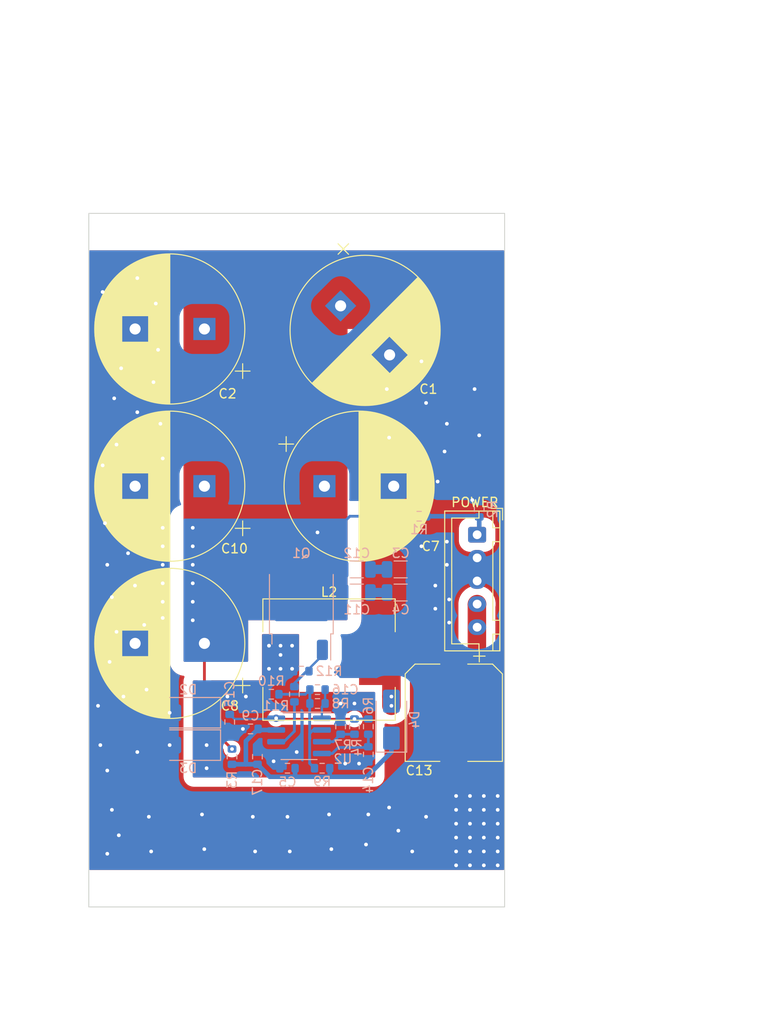
<source format=kicad_pcb>
(kicad_pcb (version 20221018) (generator pcbnew)
  (layers (0 "F.Cu" signal) (31 "B.Cu" signal) (34 "B.Paste" user) (35 "F.Paste" user) (36 "B.SilkS" user "B.Silkscreen") (37 "F.SilkS" user "F.Silkscreen") (38 "B.Mask" user) (39 "F.Mask" user) (44 "Edge.Cuts" user))
  (net 0 "")
  (net 1 "+BATT")
  (net 2 "-BATT")
  (net 3 "IN_V")
  (net 4 "Net-(C12-Pad2)")
  (net 5 "Net-(C11-Pad2)")
  (net 6 "VDD")
  (net 7 "GNDD")
  (net 8 "Net-(U2-RT{slash}CT)")
  (net 9 "Net-(U2-VREF)")
  (net 10 "FB")
  (net 11 "Net-(U2-COMP)")
  (net 12 "CS")
  (net 13 "OUT")
  (net 14 "Net-(Q1-G)")
  (net 15 "+12V")
  (footprint "Capacitor_THT:CP_Radial_D16.0mm_P7.50mm" (layer "F.Cu") (at 75.5 104.5)
    (fp_text reference "C7" (at 11.5 6.5) (layer "F.SilkS"))
    (fp_text value "330u 150V")
    (pad "1" thru_hole rect (at 0 0) (size 2.4 2.4) (drill 1.2) (layers "*.Cu" "*.Mask") (net 1 "+BATT"))
    (pad "2" thru_hole circle (at 7.5 0) (size 2.4 2.4) (drill 1.2) (layers "*.Cu" "*.Mask") (net 2 "-BATT"))
  )
  (footprint "Connector_JST:JST_XH_B5B-XH-A_1x05_P2.50mm_Vertical" (layer "F.Cu") (at 92.025 109.75 -90)
    (fp_text reference "J1" hide)
    (fp_text value "AuxConn")
    (fp_text user "POWER" (at -3.5 0.25 unlocked) (layer "F.SilkS"))
    (pad "1" thru_hole roundrect (at 0 0 270) (size 1.7 1.95) (drill 0.95) (layers "*.Cu" "*.Mask") (roundrect_rratio 0.1470588235) (net 3 "IN_V"))
    (pad "2" thru_hole oval (at 2.5 0 270) (size 1.7 1.95) (drill 0.95) (layers "*.Cu" "*.Mask") (net 2 "-BATT"))
    (pad "3" thru_hole oval (at 5 0 270) (size 1.7 1.95) (drill 0.95) (layers "*.Cu" "*.Mask") (net 2 "-BATT"))
    (pad "4" thru_hole oval (at 7.5 0 270) (size 1.7 1.95) (drill 0.95) (layers "*.Cu" "*.Mask") (net 15 "+12V"))
    (pad "5" thru_hole oval (at 10 0 270) (size 1.7 1.95) (drill 0.95) (layers "*.Cu" "*.Mask") (net 15 "+12V"))
  )
  (footprint "Capacitor_THT:CP_Radial_D16.0mm_P7.50mm" (layer "F.Cu") (at 62.512755 121.5 180)
    (fp_text reference "C8" (at -2.75 -6.75) (layer "F.SilkS"))
    (fp_text value "330u 150V")
    (pad "1" thru_hole rect (at 0 0 180) (size 2.4 2.4) (drill 1.2) (layers "*.Cu" "*.Mask") (net 1 "+BATT"))
    (pad "2" thru_hole circle (at 7.5 0 180) (size 2.4 2.4) (drill 1.2) (layers "*.Cu" "*.Mask") (net 2 "-BATT"))
  )
  (footprint "Capacitor_THT:CP_Radial_D16.0mm_P7.50mm" (layer "F.Cu") (at 62.512755 87.5 180)
    (fp_text reference "C2" (at -2.5 -7) (layer "F.SilkS"))
    (fp_text value "330u 150V")
    (pad "1" thru_hole rect (at 0 0 180) (size 2.4 2.4) (drill 1.2) (layers "*.Cu" "*.Mask") (net 1 "+BATT"))
    (pad "2" thru_hole circle (at 7.5 0 180) (size 2.4 2.4) (drill 1.2) (layers "*.Cu" "*.Mask") (net 2 "-BATT"))
  )
  (footprint "Capacitor_SMD:CP_Elec_10x10" (layer "F.Cu") (at 89.5 129 -90)
    (fp_text reference "C13" (at 6.25 3.75 -180) (layer "F.SilkS"))
    (fp_text value "470u 35V")
    (pad "1" smd roundrect (at -4 0 270) (size 4 2.5) (layers "F.Cu" "F.Paste" "F.Mask") (roundrect_rratio 0.1) (net 15 "+12V"))
    (pad "2" smd roundrect (at 4 0 270) (size 4 2.5) (layers "F.Cu" "F.Paste" "F.Mask") (roundrect_rratio 0.1) (net 2 "-BATT"))
  )
  (footprint "Capacitor_THT:CP_Radial_D16.0mm_P7.50mm" (layer "F.Cu") (at 77.25 85 -45)
    (fp_text reference "C1" (at 13.081475 -0.353553 -180) (layer "F.SilkS"))
    (fp_text value "330u 150V")
    (pad "1" thru_hole rect (at 0 0 315) (size 2.4 2.4) (drill 1.2) (layers "*.Cu" "*.Mask") (net 1 "+BATT"))
    (pad "2" thru_hole circle (at 7.5 0 315) (size 2.4 2.4) (drill 1.2) (layers "*.Cu" "*.Mask") (net 2 "-BATT"))
  )
  (footprint "Inductor_SMD:L_Chilisin_BMRG00131360" (layer "F.Cu") (at 76 123.25)
    (fp_text reference "L2" (at 0 -7.3) (layer "F.SilkS"))
    (fp_text value "47uH")
    (pad "1" smd rect (at -5.25 0) (size 4 5.5) (layers "F.Cu" "F.Paste" "F.Mask") (net 7 "GNDD"))
    (pad "2" smd rect (at 5.25 0) (size 4 5.5) (layers "F.Cu" "F.Paste" "F.Mask") (net 15 "+12V"))
  )
  (footprint "Capacitor_THT:CP_Radial_D16.0mm_P7.50mm" (layer "F.Cu") (at 62.512755 104.5 180)
    (fp_text reference "C10" (at -3.25 -6.75) (layer "F.SilkS"))
    (fp_text value "330u 150V")
    (pad "1" thru_hole rect (at 0 0 180) (size 2.4 2.4) (drill 1.2) (layers "*.Cu" "*.Mask") (net 1 "+BATT"))
    (pad "2" thru_hole circle (at 7.5 0 180) (size 2.4 2.4) (drill 1.2) (layers "*.Cu" "*.Mask") (net 2 "-BATT"))
  )
  (footprint "GigaVescLibs:C_0603_1608Metric_L" (layer "B.Cu") (at 80.25 133.5 90)
    (fp_text reference "C14" (at -2.75 0 90) (layer "B.SilkS") (effects (justify mirror)))
    (fp_text value "470p")
    (pad "1" smd roundrect (at -0.825 0 90) (size 0.8 0.95) (layers "B.Cu" "B.Paste" "B.Mask") (net 7 "GNDD"))
    (pad "2" smd roundrect (at 0.825 0 90) (size 0.8 0.95) (layers "B.Cu" "B.Paste" "B.Mask") (net 8 "Net-(U2-RT{slash}CT)"))
  )
  (footprint "Resistor_SMD:R_0603_1608Metric" (layer "B.Cu") (at 65.5 133.75 -90)
    (fp_text reference "R3" (at 2.5 0 -270) (layer "B.SilkS") (effects (justify mirror)))
    (fp_text value "5.1k")
    (pad "1" smd roundrect (at -0.825 0 270) (size 0.8 0.95) (layers "B.Cu" "B.Paste" "B.Mask") (net 1 "+BATT"))
    (pad "2" smd roundrect (at 0.825 0 270) (size 0.8 0.95) (layers "B.Cu" "B.Paste" "B.Mask") (net 6 "VDD"))
  )
  (footprint "Resistor_SMD:R_0603_1608Metric" (layer "B.Cu") (at 73 124.5)
    (fp_text reference "R12" (at 3 0) (layer "B.SilkS") (effects (justify mirror)))
    (fp_text value "10k")
    (pad "1" smd roundrect (at -0.825 0) (size 0.8 0.95) (layers "B.Cu" "B.Paste" "B.Mask") (net 7 "GNDD"))
    (pad "2" smd roundrect (at 0.825 0) (size 0.8 0.95) (layers "B.Cu" "B.Paste" "B.Mask") (net 14 "Net-(Q1-G)"))
  )
  (footprint "Capacitor_SMD:C_1206_3216Metric" (layer "B.Cu") (at 79 113.5)
    (fp_text reference "C12" (at 0 -1.75) (layer "B.SilkS") (effects (justify mirror)))
    (fp_text value "4.7u 100V")
    (pad "1" smd roundrect (at -1.475 0) (size 1.15 1.8) (layers "B.Cu" "B.Paste" "B.Mask") (roundrect_rratio 0.2173913043) (net 1 "+BATT"))
    (pad "2" smd roundrect (at 1.475 0) (size 1.15 1.8) (layers "B.Cu" "B.Paste" "B.Mask") (roundrect_rratio 0.2173913043) (net 4 "Net-(C12-Pad2)"))
  )
  (footprint "Package_TO_SOT_SMD:TO-252-2" (layer "B.Cu") (at 73 117.16 90)
    (fp_text reference "Q1" (at 5.41 0) (layer "B.SilkS") (effects (justify mirror)))
    (fp_text value "GT10N10")
    (pad "1" smd roundrect (at -5.04 2.28 90) (size 2.2 1.2) (layers "B.Cu" "B.Paste" "B.Mask") (roundrect_rratio 0.2083333333) (net 14 "Net-(Q1-G)"))
    (pad "2" smd roundrect (at -0.415 -1.525 90) (size 3.05 2.75) (layers "B.Cu" "B.Paste") (roundrect_rratio 0.09090909091) (net 1 "+BATT"))
    (pad "2" smd roundrect (at -0.415 1.525 90) (size 3.05 2.75) (layers "B.Cu" "B.Paste") (roundrect_rratio 0.09090909091) (net 1 "+BATT"))
    (pad "2" smd roundrect (at 1.26 0 90) (size 6.4 5.8) (layers "B.Cu" "B.Mask") (roundrect_rratio 0.04310293103) (net 1 "+BATT"))
    (pad "2" smd roundrect (at 2.935 -1.525 90) (size 3.05 2.75) (layers "B.Cu" "B.Paste") (roundrect_rratio 0.09090909091) (net 1 "+BATT"))
    (pad "2" smd roundrect (at 2.935 1.525 90) (size 3.05 2.75) (layers "B.Cu" "B.Paste") (roundrect_rratio 0.09090909091) (net 1 "+BATT"))
    (pad "3" smd roundrect (at -5.04 -2.28 90) (size 2.2 1.2) (layers "B.Cu" "B.Paste" "B.Mask") (roundrect_rratio 0.2083333333) (net 7 "GNDD"))
  )
  (footprint "Resistor_SMD:R_0603_1608Metric" (layer "B.Cu") (at 72.25 127 90)
    (fp_text reference "R11" (at -1.25 -2) (layer "B.SilkS") (effects (justify mirror)))
    (fp_text value "10")
    (pad "1" smd roundrect (at -0.825 0 90) (size 0.8 0.95) (layers "B.Cu" "B.Paste" "B.Mask") (net 13 "OUT"))
    (pad "2" smd roundrect (at 0.825 0 90) (size 0.8 0.95) (layers "B.Cu" "B.Paste" "B.Mask") (net 14 "Net-(Q1-G)"))
  )
  (footprint "GigaVescLibs:C_0603_1608Metric_L" (layer "B.Cu") (at 74.75 126.5)
    (fp_text reference "C16" (at 3 0) (layer "B.SilkS") (effects (justify mirror)))
    (fp_text value "470p")
    (pad "1" smd roundrect (at -0.825 0) (size 0.8 0.95) (layers "B.Cu" "B.Paste" "B.Mask") (net 10 "FB"))
    (pad "2" smd roundrect (at 0.825 0) (size 0.8 0.95) (layers "B.Cu" "B.Paste" "B.Mask") (net 11 "Net-(U2-COMP)"))
  )
  (footprint "Diode_SMD:D_SMA" (layer "B.Cu") (at 82.75 129.75 90)
    (fp_text reference "D4" (at 0 2.5 90) (layer "B.SilkS") (effects (justify mirror)))
    (fp_text value "SS115")
    (pad "1" smd roundrect (at -2 0 90) (size 2.5 1.8) (layers "B.Cu" "B.Paste" "B.Mask") (roundrect_rratio 0.1388888889) (net 6 "VDD"))
    (pad "2" smd roundrect (at 2 0 90) (size 2.5 1.8) (layers "B.Cu" "B.Paste" "B.Mask") (roundrect_rratio 0.1388888889) (net 15 "+12V"))
  )
  (footprint "Resistor_SMD:R_0603_1608Metric" (layer "B.Cu") (at 85.75 107.75)
    (fp_text reference "R1" (at 0 1.43 180) (layer "B.SilkS") (effects (justify mirror)))
    (fp_text value "100k")
    (pad "1" smd roundrect (at -0.825 0) (size 0.8 0.95) (layers "B.Cu" "B.Paste" "B.Mask") (net 1 "+BATT"))
    (pad "2" smd roundrect (at 0.825 0) (size 0.8 0.95) (layers "B.Cu" "B.Paste" "B.Mask") (net 3 "IN_V"))
  )
  (footprint "Diode_SMD:D_SMA" (layer "B.Cu") (at 60.75 132.5 180)
    (fp_text reference "D3" (at 0 -2.5) (layer "B.SilkS") (effects (justify mirror)))
    (fp_text value "SS115")
    (pad "1" smd roundrect (at -2 0 180) (size 2.5 1.8) (layers "B.Cu" "B.Paste" "B.Mask") (roundrect_rratio 0.1388888889) (net 7 "GNDD"))
    (pad "2" smd roundrect (at 2 0 180) (size 2.5 1.8) (layers "B.Cu" "B.Paste" "B.Mask") (roundrect_rratio 0.1388888889) (net 2 "-BATT"))
  )
  (footprint "Resistor_SMD:R_0603_1608Metric" (layer "B.Cu") (at 92.25 107 90)
    (fp_text reference "R2" (at 0 1.43 270) (layer "B.SilkS") (effects (justify mirror)))
    (fp_text value "1.8k")
    (pad "1" smd roundrect (at -0.825 0 90) (size 0.8 0.95) (layers "B.Cu" "B.Paste" "B.Mask") (net 3 "IN_V"))
    (pad "2" smd roundrect (at 0.825 0 90) (size 0.8 0.95) (layers "B.Cu" "B.Paste" "B.Mask") (net 2 "-BATT"))
  )
  (footprint "Resistor_SMD:R_0603_1608Metric" (layer "B.Cu") (at 75.25 135)
    (fp_text reference "R9" (at 0 1.43) (layer "B.SilkS") (effects (justify mirror)))
    (fp_text value "20k")
    (pad "1" smd roundrect (at -0.825 0) (size 0.8 0.95) (layers "B.Cu" "B.Paste" "B.Mask") (net 10 "FB"))
    (pad "2" smd roundrect (at 0.825 0) (size 0.8 0.95) (layers "B.Cu" "B.Paste" "B.Mask") (net 6 "VDD"))
  )
  (footprint "Capacitor_SMD:C_1206_3216Metric" (layer "B.Cu") (at 79 116)
    (fp_text reference "C11" (at 0 1.85) (layer "B.SilkS") (effects (justify mirror)))
    (fp_text value "4.7u 100V")
    (pad "1" smd roundrect (at -1.475 0) (size 1.15 1.8) (layers "B.Cu" "B.Paste" "B.Mask") (roundrect_rratio 0.2173913043) (net 1 "+BATT"))
    (pad "2" smd roundrect (at 1.475 0) (size 1.15 1.8) (layers "B.Cu" "B.Paste" "B.Mask") (roundrect_rratio 0.2173913043) (net 5 "Net-(C11-Pad2)"))
  )
  (footprint "GigaVescLibs:C_0603_1608Metric_L" (layer "B.Cu") (at 67.5 130.75 180)
    (fp_text reference "C9" (at 0 1.43) (layer "B.SilkS") (effects (justify mirror)))
    (fp_text value "1u")
    (pad "1" smd roundrect (at -0.825 0 180) (size 0.8 0.95) (layers "B.Cu" "B.Paste" "B.Mask") (net 6 "VDD"))
    (pad "2" smd roundrect (at 0.825 0 180) (size 0.8 0.95) (layers "B.Cu" "B.Paste" "B.Mask") (net 7 "GNDD"))
  )
  (footprint "Resistor_SMD:R_0603_1608Metric" (layer "B.Cu") (at 69.75 127 180)
    (fp_text reference "R10" (at 0 1.43) (layer "B.SilkS") (effects (justify mirror)))
    (fp_text value "3.9k")
    (pad "1" smd roundrect (at -0.825 0 180) (size 0.8 0.95) (layers "B.Cu" "B.Paste" "B.Mask") (net 10 "FB"))
    (pad "2" smd roundrect (at 0.825 0 180) (size 0.8 0.95) (layers "B.Cu" "B.Paste" "B.Mask") (net 7 "GNDD"))
  )
  (footprint "Resistor_SMD:R_0603_1608Metric" (layer "B.Cu") (at 77.25 130.5 90)
    (fp_text reference "R7" (at -2 0.25 180) (layer "B.SilkS") (effects (justify mirror)))
    (fp_text value "1k")
    (pad "1" smd roundrect (at -0.825 0 90) (size 0.8 0.95) (layers "B.Cu" "B.Paste" "B.Mask") (net 12 "CS"))
    (pad "2" smd roundrect (at 0.825 0 90) (size 0.8 0.95) (layers "B.Cu" "B.Paste" "B.Mask") (net 7 "GNDD"))
  )
  (footprint "GigaVescLibs:C_0603_1608Metric_L" (layer "B.Cu") (at 65.25 130 -90)
    (fp_text reference "C15" (at -3 0 90) (layer "B.SilkS") (effects (justify mirror)))
    (fp_text value "1u")
    (pad "1" smd roundrect (at -0.825 0 270) (size 0.8 0.95) (layers "B.Cu" "B.Paste" "B.Mask") (net 9 "Net-(U2-VREF)"))
    (pad "2" smd roundrect (at 0.825 0 270) (size 0.8 0.95) (layers "B.Cu" "B.Paste" "B.Mask") (net 7 "GNDD"))
  )
  (footprint "GigaVescLibs:C_0603_1608Metric_L" (layer "B.Cu") (at 68.25 133.75 90)
    (fp_text reference "C17" (at -2.75 0 90) (layer "B.SilkS") (effects (justify mirror)))
    (fp_text value "1u")
    (pad "1" smd roundrect (at -0.825 0 90) (size 0.8 0.95) (layers "B.Cu" "B.Paste" "B.Mask") (net 6 "VDD"))
    (pad "2" smd roundrect (at 0.825 0 90) (size 0.8 0.95) (layers "B.Cu" "B.Paste" "B.Mask") (net 7 "GNDD"))
  )
  (footprint "Resistor_SMD:R_0603_1608Metric" (layer "B.Cu") (at 78.75 130.5 90)
    (fp_text reference "R4" (at -2.25 0.25 90) (layer "B.SilkS") (effects (justify mirror)))
    (fp_text value "10k")
    (pad "1" smd roundrect (at -0.825 0 90) (size 0.8 0.95) (layers "B.Cu" "B.Paste" "B.Mask") (net 12 "CS"))
    (pad "2" smd roundrect (at 0.825 0 90) (size 0.8 0.95) (layers "B.Cu" "B.Paste" "B.Mask") (net 9 "Net-(U2-VREF)"))
  )
  (footprint "Package_SO:SOIC-8_3.9x4.9mm_P1.27mm" (layer "B.Cu") (at 72.75 131.5 180)
    (fp_text reference "U2" (at -4.75 -2.5) (layer "B.SilkS") (effects (justify mirror)))
    (fp_text value "UCC28C45D")
    (pad "1" smd roundrect (at -2.475 1.905 180) (size 1.95 0.6) (layers "B.Cu" "B.Paste" "B.Mask") (net 11 "Net-(U2-COMP)"))
    (pad "2" smd roundrect (at -2.475 0.635 180) (size 1.95 0.6) (layers "B.Cu" "B.Paste" "B.Mask") (net 10 "FB"))
    (pad "3" smd roundrect (at -2.475 -0.635 180) (size 1.95 0.6) (layers "B.Cu" "B.Paste" "B.Mask") (net 12 "CS"))
    (pad "4" smd roundrect (at -2.475 -1.905 180) (size 1.95 0.6) (layers "B.Cu" "B.Paste" "B.Mask") (net 8 "Net-(U2-RT{slash}CT)"))
    (pad "5" smd roundrect (at 2.475 -1.905 180) (size 1.95 0.6) (layers "B.Cu" "B.Paste" "B.Mask") (net 7 "GNDD"))
    (pad "6" smd roundrect (at 2.475 -0.635 180) (size 1.95 0.6) (layers "B.Cu" "B.Paste" "B.Mask") (net 13 "OUT"))
    (pad "7" smd roundrect (at 2.475 0.635 180) (size 1.95 0.6) (layers "B.Cu" "B.Paste" "B.Mask") (net 6 "VDD"))
    (pad "8" smd roundrect (at 2.475 1.905 180) (size 1.95 0.6) (layers "B.Cu" "B.Paste" "B.Mask") (net 9 "Net-(U2-VREF)"))
  )
  (footprint "Capacitor_SMD:C_1206_3216Metric" (layer "B.Cu") (at 83.75 113.5)
    (fp_text reference "C3" (at 0 -1.75) (layer "B.SilkS") (effects (justify mirror)))
    (fp_text value "4.7u 100V")
    (pad "1" smd roundrect (at -1.475 0) (size 1.15 1.8) (layers "B.Cu" "B.Paste" "B.Mask") (roundrect_rratio 0.2173913043) (net 4 "Net-(C12-Pad2)"))
    (pad "2" smd roundrect (at 1.475 0) (size 1.15 1.8) (layers "B.Cu" "B.Paste" "B.Mask") (roundrect_rratio 0.2173913043) (net 2 "-BATT"))
  )
  (footprint "Resistor_SMD:R_0603_1608Metric" (layer "B.Cu") (at 80.25 130.5 90)
    (fp_text reference "R6" (at 2.25 0 90) (layer "B.SilkS") (effects (justify mirror)))
    (fp_text value "5.1k")
    (pad "1" smd roundrect (at -0.825 0 90) (size 0.8 0.95) (layers "B.Cu" "B.Paste" "B.Mask") (net 8 "Net-(U2-RT{slash}CT)"))
    (pad "2" smd roundrect (at 0.825 0 90) (size 0.8 0.95) (layers "B.Cu" "B.Paste" "B.Mask") (net 9 "Net-(U2-VREF)"))
  )
  (footprint "GigaVescLibs:C_0603_1608Metric_L" (layer "B.Cu") (at 71.5 135 180)
    (fp_text reference "C5" (at 0 -1.5) (layer "B.SilkS") (effects (justify mirror)))
    (fp_text value "10u 25V")
    (pad "1" smd roundrect (at -0.825 0 180) (size 0.8 0.95) (layers "B.Cu" "B.Paste" "B.Mask") (net 6 "VDD"))
    (pad "2" smd roundrect (at 0.825 0 180) (size 0.8 0.95) (layers "B.Cu" "B.Paste" "B.Mask") (net 7 "GNDD"))
  )
  (footprint "Capacitor_SMD:C_1206_3216Metric" (layer "B.Cu") (at 83.75 116)
    (fp_text reference "C4" (at 0 1.85) (layer "B.SilkS") (effects (justify mirror)))
    (fp_text value "4.7u 100V")
    (pad "1" smd roundrect (at -1.475 0) (size 1.15 1.8) (layers "B.Cu" "B.Paste" "B.Mask") (roundrect_rratio 0.2173913043) (net 5 "Net-(C11-Pad2)"))
    (pad "2" smd roundrect (at 1.475 0) (size 1.15 1.8) (layers "B.Cu" "B.Paste" "B.Mask") (roundrect_rratio 0.2173913043) (net 2 "-BATT"))
  )
  (footprint "Resistor_SMD:R_0603_1608Metric" (layer "B.Cu") (at 74.75 128 180)
    (fp_text reference "R8" (at -2.5 0) (layer "B.SilkS") (effects (justify mirror)))
    (fp_text value "200k")
    (pad "1" smd roundrect (at -0.825 0 180) (size 0.8 0.95) (layers "B.Cu" "B.Paste" "B.Mask") (net 11 "Net-(U2-COMP)"))
    (pad "2" smd roundrect (at 0.825 0 180) (size 0.8 0.95) (layers "B.Cu" "B.Paste" "B.Mask") (net 10 "FB"))
  )
  (footprint "Diode_SMD:D_SMA" (layer "B.Cu") (at 60.75 129 180)
    (fp_text reference "D2" (at 0 2.5) (layer "B.SilkS") (effects (justify mirror)))
    (fp_text value "SS115")
    (pad "1" smd roundrect (at -2 0 180) (size 2.5 1.8) (layers "B.Cu" "B.Paste" "B.Mask") (roundrect_rratio 0.1388888889) (net 7 "GNDD"))
    (pad "2" smd roundrect (at 2 0 180) (size 2.5 1.8) (layers "B.Cu" "B.Paste" "B.Mask") (roundrect_rratio 0.1388888889) (net 2 "-BATT"))
  )
  (gr_rect (start 50 75) (end 95 150) (stroke (width 0.1)) (fill none) (layer "Edge.Cuts"))
  (segment (start 62.512755 129.937755) (end 62.512755 121.5) (width 0.3) (layer "F.Cu") (net 1))
  (segment (start 65.5 132.925) (end 62.512755 129.937755) (width 0.3) (layer "F.Cu") (net 1))
  (via (at 61.25 119) (size 0.8) (drill 0.4) (layers "F.Cu" "B.Cu") (net 1))
  (via (at 61.25 115) (size 0.8) (drill 0.4) (layers "F.Cu" "B.Cu") (net 1))
  (via (at 74.75 109.5) (size 0.8) (drill 0.4) (layers "F.Cu" "B.Cu") (net 1))
  (via (at 61.25 113) (size 0.8) (drill 0.4) (layers "F.Cu" "B.Cu") (net 1))
  (via (at 65.5 132.925) (size 0.8) (drill 0.4) (layers "F.Cu" "B.Cu") (net 1))
  (via (at 61.25 111) (size 0.8) (drill 0.4) (layers "F.Cu" "B.Cu") (net 1))
  (via (at 61.25 117) (size 0.8) (drill 0.4) (layers "F.Cu" "B.Cu") (net 1))
  (via (at 61.25 109) (size 0.8) (drill 0.4) (layers "F.Cu" "B.Cu") (net 1))
  (segment (start 78.25 107.75) (end 77.5 108.5) (width 0.3) (layer "B.Cu") (net 1))
  (segment (start 84.925 107.75) (end 78.25 107.75) (width 0.3) (layer "B.Cu") (net 1))
  (via (at 55.25 96.5) (size 0.8) (drill 0.4) (layers "F.Cu" "B.Cu") (net 2))
  (via (at 88.75 110.5) (size 0.8) (drill 0.4) (layers "F.Cu" "B.Cu") (net 2))
  (via (at 92.75 144) (size 0.8) (drill 0.4) (layers "F.Cu" "B.Cu") (net 2))
  (via (at 80.25 140) (size 0.8) (drill 0.4) (layers "F.Cu" "B.Cu") (net 2))
  (via (at 92.75 139.5) (size 0.8) (drill 0.4) (layers "F.Cu" "B.Cu") (net 2))
  (via (at 52 113) (size 0.8) (drill 0.4) (layers "F.Cu" "B.Cu") (net 2))
  (via (at 86 111) (size 0.8) (drill 0.4) (layers "F.Cu" "B.Cu") (net 2))
  (via (at 52.25 123.5) (size 0.8) (drill 0.4) (layers "F.Cu" "B.Cu") (net 2))
  (via (at 89.75 138) (size 0.8) (drill 0.4) (layers "F.Cu" "B.Cu") (net 2))
  (via (at 68 144) (size 0.8) (drill 0.4) (layers "F.Cu" "B.Cu") (net 2))
  (via (at 94.25 142.5) (size 0.8) (drill 0.4) (layers "F.Cu" "B.Cu") (net 2))
  (via (at 52.5 116.5) (size 0.8) (drill 0.4) (layers "F.Cu" "B.Cu") (net 2))
  (via (at 56 119.5) (size 0.8) (drill 0.4) (layers "F.Cu" "B.Cu") (net 2))
  (via (at 71.5 140.25) (size 0.8) (drill 0.4) (layers "F.Cu" "B.Cu") (net 2))
  (via (at 87.75 104) (size 0.8) (drill 0.4) (layers "F.Cu" "B.Cu") (net 2))
  (via (at 89.75 144) (size 0.8) (drill 0.4) (layers "F.Cu" "B.Cu") (net 2))
  (via (at 57.75 97.75) (size 0.8) (drill 0.4) (layers "F.Cu" "B.Cu") (net 2))
  (via (at 53 100) (size 0.8) (drill 0.4) (layers "F.Cu" "B.Cu") (net 2))
  (via (at 58 111) (size 0.8) (drill 0.4) (layers "F.Cu" "B.Cu") (net 2))
  (via (at 92.75 138) (size 0.8) (drill 0.4) (layers "F.Cu" "B.Cu") (net 2))
  (via (at 52 135.25) (size 0.8) (drill 0.4) (layers "F.Cu" "B.Cu") (net 2))
  (via (at 58 117) (size 0.8) (drill 0.4) (layers "F.Cu" "B.Cu") (net 2))
  (via (at 55 115.25) (size 0.8) (drill 0.4) (layers "F.Cu" "B.Cu") (net 2))
  (via (at 92.25 99) (size 0.8) (drill 0.4) (layers "F.Cu" "B.Cu") (net 2))
  (via (at 80 143.25) (size 0.8) (drill 0.4) (layers "F.Cu" "B.Cu") (net 2))
  (via (at 58.75 129) (size 0.8) (drill 0.4) (layers "F.Cu" "B.Cu") (net 2))
  (via (at 91.25 144) (size 0.8) (drill 0.4) (layers "F.Cu" "B.Cu") (net 2))
  (via (at 56.5 140.25) (size 0.8) (drill 0.4) (layers "F.Cu" "B.Cu") (net 2))
  (via (at 54.25 111.75) (size 0.8) (drill 0.4) (layers "F.Cu" "B.Cu") (net 2))
  (via (at 52.75 95) (size 0.8) (drill 0.4) (layers "F.Cu" "B.Cu") (net 2))
  (via (at 94.25 139.5) (size 0.8) (drill 0.4) (layers "F.Cu" "B.Cu") (net 2))
  (via (at 94.25 144) (size 0.8) (drill 0.4) (layers "F.Cu" "B.Cu") (net 2))
  (via (at 57.25 84.75) (size 0.8) (drill 0.4) (layers "F.Cu" "B.Cu") (net 2))
  (via (at 57.5 89.75) (size 0.8) (drill 0.4) (layers "F.Cu" "B.Cu") (net 2))
  (via (at 51.5 102.25) (size 0.8) (drill 0.4) (layers "F.Cu" "B.Cu") (net 2))
  (via (at 91.25 141) (size 0.8) (drill 0.4) (layers "F.Cu" "B.Cu") (net 2))
  (via (at 53.5 91.75) (size 0.8) (drill 0.4) (layers "F.Cu" "B.Cu") (net 2))
  (via (at 89 119.25) (size 0.8) (drill 0.4) (layers "F.Cu" "B.Cu") (net 2))
  (via (at 53 120.25) (size 0.8) (drill 0.4) (layers "F.Cu" "B.Cu") (net 2))
  (via (at 58 115) (size 0.8) (drill 0.4) (layers "F.Cu" "B.Cu") (net 2))
  (via (at 82.5 99.25) (size 0.8) (drill 0.4) (layers "F.Cu" "B.Cu") (net 2))
  (via (at 89.75 139.5) (size 0.8) (drill 0.4) (layers "F.Cu" "B.Cu") (net 2))
  (via (at 88.75 97.75) (size 0.8) (drill 0.4) (layers "F.Cu" "B.Cu") (net 2))
  (via (at 91.75 94) (size 0.8) (drill 0.4) (layers "F.Cu" "B.Cu") (net 2))
  (via (at 89 116.75) (size 0.8) (drill 0.4) (layers "F.Cu" "B.Cu") (net 2))
  (via (at 62.5 143.75) (size 0.8) (drill 0.4) (layers "F.Cu" "B.Cu") (net 2))
  (via (at 88.5 100.75) (size 0.8) (drill 0.4) (layers "F.Cu" "B.Cu") (net 2))
  (via (at 86.5 95.5) (size 0.8) (drill 0.4) (layers "F.Cu" "B.Cu") (net 2))
  (via (at 53.25 142.25) (size 0.8) (drill 0.4) (layers "F.Cu" "B.Cu") (net 2))
  (via (at 89.75 145.5) (size 0.8) (drill 0.4) (layers "F.Cu" "B.Cu") (net 2))
  (via (at 58 109) (size 0.8) (drill 0.4) (layers "F.Cu" "B.Cu") (net 2))
  (via (at 94.25 141) (size 0.8) (drill 0.4) (layers "F.Cu" "B.Cu") (net 2))
  (via (at 91.25 138) (size 0.8) (drill 0.4) (layers "F.Cu" "B.Cu") (net 2))
  (via (at 82.5 139.25) (size 0.8) (drill 0.4) (layers "F.Cu" "B.Cu") (net 2))
  (via (at 91.25 145.5) (size 0.8) (drill 0.4) (layers "F.Cu" "B.Cu") (net 2))
  (via (at 92.75 142.5) (size 0.8) (drill 0.4) (layers "F.Cu" "B.Cu") (net 2))
  (via (at 92.75 141) (size 0.8) (drill 0.4) (layers "F.Cu" "B.Cu") (net 2))
  (via (at 86 91) (size 0.8) (drill 0.4) (layers "F.Cu" "B.Cu") (net 2))
  (via (at 82.25 94) (size 0.8) (drill 0.4) (layers "F.Cu" "B.Cu") (net 2))
  (via (at 51.5 83.5) (size 0.8) (drill 0.4) (layers "F.Cu" "B.Cu") (net 2))
  (via (at 91.5 106) (size 0.8) (drill 0.4) (layers "F.Cu" "B.Cu") (net 2))
  (via (at 89.75 142.5) (size 0.8) (drill 0.4) (layers "F.Cu" "B.Cu") (net 2))
  (via (at 91.25 139.5) (size 0.8) (drill 0.4) (layers "F.Cu" "B.Cu") (net 2))
  (via (at 52 144.25) (size 0.8) (drill 0.4) (layers "F.Cu" "B.Cu") (net 2))
  (via (at 92.75 145.5) (size 0.8) (drill 0.4) (layers "F.Cu" "B.Cu") (net 2))
  (via (at 55.25 82) (size 0.8) (drill 0.4) (layers "F.Cu" "B.Cu") (net 2))
  (via (at 51.25 132.5) (size 0.8) (drill 0.4) (layers "F.Cu" "B.Cu") (net 2))
  (via (at 57 93.25) (size 0.8) (drill 0.4) (layers "F.Cu" "B.Cu") (net 2))
  (via (at 53.75 127.25) (size 0.8) (drill 0.4) (layers "F.Cu" "B.Cu") (net 2))
  (via (at 58.75 132.5) (size 0.8) (drill 0.4) (layers "F.Cu" "B.Cu") (net 2))
  (via (at 52.5 139.5) (size 0.8) (drill 0.4) (layers "F.Cu" "B.Cu") (net 2))
  (via (at 76.25 143.75) (size 0.8) (drill 0.4) (layers "F.Cu" "B.Cu") (net 2))
  (via (at 87.5 115.25) (size 0.8) (drill 0.4) (layers "F.Cu" "B.Cu") (net 2))
  (via (at 58 113) (size 0.8) (drill 0.4) (layers "F.Cu" "B.Cu") (net 2))
  (via (at 51.75 108.5) (size 0.8) (drill 0.4) (layers "F.Cu" "B.Cu") (net 2))
  (via (at 88.75 113) (size 0.8) (drill 0.4) (layers "F.Cu" "B.Cu") (net 2))
  (via (at 62.25 140) (size 0.8) (drill 0.4) (layers "F.Cu" "B.Cu") (net 2))
  (via (at 56.25 126.5) (size 0.8) (drill 0.4) (layers "F.Cu" "B.Cu") (net 2))
  (via (at 67.75 140.25) (size 0.8) (drill 0.4) (layers "F.Cu" "B.Cu") (net 2))
  (via (at 58 101.5) (size 0.8) (drill 0.4) (layers "F.Cu" "B.Cu") (net 2))
  (via (at 71.75 144) (size 0.8) (drill 0.4) (layers "F.Cu" "B.Cu") (net 2))
  (via (at 91.25 142.5) (size 0.8) (drill 0.4) (layers "F.Cu" "B.Cu") (net 2))
  (via (at 85 144) (size 0.8) (drill 0.4) (layers "F.Cu" "B.Cu") (net 2))
  (via (at 83.5 141.75) (size 0.8) (drill 0.4) (layers "F.Cu" "B.Cu") (net 2))
  (via (at 56.75 144) (size 0.8) (drill 0.4) (layers "F.Cu" "B.Cu") (net 2))
  (via (at 89.75 141) (size 0.8) (drill 0.4) (layers "F.Cu" "B.Cu") (net 2))
  (via (at 94.25 145.5) (size 0.8) (drill 0.4) (layers "F.Cu" "B.Cu") (net 2))
  (via (at 86.5 140.25) (size 0.8) (drill 0.4) (layers "F.Cu" "B.Cu") (net 2))
  (via (at 94.25 138) (size 0.8) (drill 0.4) (layers "F.Cu" "B.Cu") (net 2))
  (via (at 76 140) (size 0.8) (drill 0.4) (layers "F.Cu" "B.Cu") (net 2))
  (via (at 55.25 133.25) (size 0.8) (drill 0.4) (layers "F.Cu" "B.Cu") (net 2))
  (via (at 87.5 117.75) (size 0.8) (drill 0.4) (layers "F.Cu" "B.Cu") (net 2))
  (via (at 58 118.75) (size 0.8) (drill 0.4) (layers "F.Cu" "B.Cu") (net 2))
  (via (at 51 128.25) (size 0.8) (drill 0.4) (layers "F.Cu" "B.Cu") (net 2))
  (segment (start 84.925 114.5) (end 85 114.5) (width 0.3) (layer "B.Cu") (net 2))
  (segment (start 86.825 107.75) (end 92.175 107.75) (width 0.5) (layer "B.Cu") (net 3))
  (segment (start 92.25 109.75) (end 92.25 107.825) (width 0.5) (layer "B.Cu") (net 3))
  (segment (start 92.175 107.75) (end 92.25 107.825) (width 0.5) (layer "B.Cu") (net 3))
  (segment (start 80.475 113.5) (end 82.275 113.5) (width 1) (layer "B.Cu") (net 4))
  (segment (start 80.475 116) (end 82.275 116) (width 1) (layer "B.Cu") (net 5))
  (segment (start 68.44 130.865) (end 68.325 130.75) (width 0.5) (layer "B.Cu") (net 6))
  (segment (start 76.075 135.85) (end 76 135.925) (width 0.5) (layer "B.Cu") (net 6))
  (segment (start 70.275 130.865) (end 68.44 130.865) (width 0.5) (layer "B.Cu") (net 6))
  (segment (start 67 132.075) (end 67 134.575) (width 0.5) (layer "B.Cu") (net 6))
  (segment (start 72.325 135.85) (end 72.25 135.925) (width 0.5) (layer "B.Cu") (net 6))
  (segment (start 72.25 135.925) (end 76 135.925) (width 0.5) (layer "B.Cu") (net 6))
  (segment (start 82.75 133.25) (end 82.75 131.75) (width 0.5) (layer "B.Cu") (net 6))
  (segment (start 68.25 134.575) (end 67 134.575) (width 0.5) (layer "B.Cu") (net 6))
  (segment (start 72.325 135) (end 72.325 135.85) (width 0.5) (layer "B.Cu") (net 6))
  (segment (start 68.25 134.575) (end 69.6 135.925) (width 0.5) (layer "B.Cu") (net 6))
  (segment (start 76 135.925) (end 80.075 135.925) (width 0.5) (layer "B.Cu") (net 6))
  (segment (start 69.6 135.925) (end 72.25 135.925) (width 0.5) (layer "B.Cu") (net 6))
  (segment (start 76.075 135) (end 76.075 135.85) (width 0.5) (layer "B.Cu") (net 6))
  (segment (start 80.075 135.925) (end 82.75 133.25) (width 0.5) (layer "B.Cu") (net 6))
  (segment (start 67 134.575) (end 65.5 134.575) (width 0.5) (layer "B.Cu") (net 6))
  (segment (start 68.325 130.75) (end 67 132.075) (width 0.5) (layer "B.Cu") (net 6))
  (via (at 77.25 128) (size 0.8) (drill 0.4) (layers "F.Cu" "B.Cu") (net 7))
  (via (at 69.5 124.25) (size 0.8) (drill 0.4) (layers "F.Cu" "B.Cu") (net 7))
  (via (at 62.75 132.5) (size 0.8) (drill 0.4) (layers "F.Cu" "B.Cu") (net 7))
  (via (at 62.75 135) (size 0.8) (drill 0.4) (layers "F.Cu" "B.Cu") (net 7))
  (via (at 69.5 121.75) (size 0.8) (drill 0.4) (layers "F.Cu" "B.Cu") (net 7))
  (via (at 72.5 133.25) (size 0.8) (drill 0.4) (layers "F.Cu" "B.Cu") (net 7))
  (via (at 72 121.75) (size 0.8) (drill 0.4) (layers "F.Cu" "B.Cu") (net 7))
  (via (at 65 127.25) (size 0.8) (drill 0.4) (layers "F.Cu" "B.Cu") (net 7))
  (via (at 77.75 134.5) (size 0.8) (drill 0.4) (layers "F.Cu" "B.Cu") (net 7))
  (via (at 70.75 121.75) (size 0.8) (drill 0.4) (layers "F.Cu" "B.Cu") (net 7))
  (via (at 70 134.25) (size 0.8) (drill 0.4) (layers "F.Cu" "B.Cu") (net 7))
  (via (at 72 124.25) (size 0.8) (drill 0.4) (layers "F.Cu" "B.Cu") (net 7))
  (via (at 66.675 130.75) (size 0.8) (drill 0.4) (layers "F.Cu" "B.Cu") (net 7))
  (via (at 79.25 134.5) (size 0.8) (drill 0.4) (layers "F.Cu" "B.Cu") (net 7))
  (via (at 70.75 122.75) (size 0.8) (drill 0.4) (layers "F.Cu" "B.Cu") (net 7))
  (via (at 67 127.25) (size 0.8) (drill 0.4) (layers "F.Cu" "B.Cu") (net 7))
  (via (at 70.75 124.25) (size 0.8) (drill 0.4) (layers "F.Cu" "B.Cu") (net 7))
  (via (at 78.75 128) (size 0.8) (drill 0.4) (layers "F.Cu" "B.Cu") (net 7))
  (segment (start 72 124.25) (end 72.175 124.425) (width 0.25) (layer "B.Cu") (net 7))
  (segment (start 70.75 121.75) (end 70.72 122.2) (width 0.25) (layer "B.Cu") (net 7))
  (segment (start 72.175 124.5) (end 72 124.25) (width 0.25) (layer "B.Cu") (net 7))
  (segment (start 80.175 132.75) (end 80.25 132.675) (width 0.3) (layer "B.Cu") (net 8))
  (segment (start 77 132.75) (end 80.175 132.75) (width 0.3) (layer "B.Cu") (net 8))
  (segment (start 80.25 132.675) (end 80.25 131.325) (width 0.3) (layer "B.Cu") (net 8))
  (segment (start 75.225 133.405) (end 76.345 133.405) (width 0.3) (layer "B.Cu") (net 8))
  (segment (start 76.345 133.405) (end 77 132.75) (width 0.3) (layer "B.Cu") (net 8))
  (segment (start 70.355 129.675) (end 70.275 129.595) (width 0.25) (layer "F.Cu") (net 9))
  (segment (start 78.75 129.675) (end 70.355 129.675) (width 0.25) (layer "F.Cu") (net 9))
  (via (at 78.75 129.675) (size 0.8) (drill 0.4) (layers "F.Cu" "B.Cu") (net 9))
  (via (at 70.275 129.595) (size 0.8) (drill 0.4) (layers "F.Cu" "B.Cu") (net 9))
  (segment (start 65.75 129.675) (end 65.25 129.175) (width 0.25) (layer "B.Cu") (net 9))
  (segment (start 70.195 129.675) (end 65.75 129.675) (width 0.25) (layer "B.Cu") (net 9))
  (segment (start 80.25 129.675) (end 78.75 129.675) (width 0.3) (layer "B.Cu") (net 9))
  (segment (start 70.275 129.595) (end 70.195 129.675) (width 0.25) (layer "B.Cu") (net 9))
  (segment (start 74.425 135) (end 73.9 134.475) (width 0.3) (layer "B.Cu") (net 10))
  (segment (start 73.9 131.722107) (end 73.927893 131.75) (width 0.3) (layer "B.Cu") (net 10))
  (segment (start 73.425 127) (end 70.575 127) (width 0.3) (layer "B.Cu") (net 10))
  (segment (start 73.925 128) (end 73.9 128.025) (width 0.3) (layer "B.Cu") (net 10))
  (segment (start 73.9 131.777893) (end 73.927893 131.75) (width 0.3) (layer "B.Cu") (net 10))
  (segment (start 73.9 131.25) (end 74.285 130.865) (width 0.3) (layer "B.Cu") (net 10))
  (segment (start 73.925 126.5) (end 73.925 128) (width 0.3) (layer "B.Cu") (net 10))
  (segment (start 73.9 134.475) (end 73.9 131.777893) (width 0.3) (layer "B.Cu") (net 10))
  (segment (start 74.285 130.865) (end 75.225 130.865) (width 0.3) (layer "B.Cu") (net 10))
  (segment (start 73.925 126.5) (end 73.425 127) (width 0.3) (layer "B.Cu") (net 10))
  (segment (start 73.9 131.722107) (end 73.9 131.25) (width 0.3) (layer "B.Cu") (net 10))
  (segment (start 73.9 128.025) (end 73.9 131.722107) (width 0.3) (layer "B.Cu") (net 10))
  (segment (start 75.225 129.595) (end 75.225 128.35) (width 0.25) (layer "B.Cu") (net 11))
  (segment (start 75.225 128.35) (end 75.575 128) (width 0.25) (layer "B.Cu") (net 11))
  (segment (start 75.575 128) (end 75.575 126.5) (width 0.25) (layer "B.Cu") (net 11))
  (segment (start 75.225 132.135) (end 76.44 132.135) (width 0.3) (layer "B.Cu") (net 12))
  (segment (start 76.44 132.135) (end 77.25 131.325) (width 0.3) (layer "B.Cu") (net 12))
  (segment (start 78.75 131.325) (end 77.25 131.325) (width 0.3) (layer "B.Cu") (net 12))
  (segment (start 72.25 131) (end 72.25 127.9125) (width 0.3) (layer "B.Cu") (net 13))
  (segment (start 70.275 132.135) (end 71.115 132.135) (width 0.3) (layer "B.Cu") (net 13))
  (segment (start 71.115 132.135) (end 72.25 131) (width 0.3) (layer "B.Cu") (net 13))
  (segment (start 73.825 124.25) (end 75.28 122.795) (width 0.25) (layer "B.Cu") (net 14))
  (segment (start 72.25 126.0875) (end 72.25 126.075) (width 0.3) (layer "B.Cu") (net 14))
  (segment (start 72.25 125.825) (end 73.825 124.25) (width 0.3) (layer "B.Cu") (net 14))
  (segment (start 75.28 122.795) (end 75.28 122.2) (width 0.25) (layer "B.Cu") (net 14))
  (segment (start 82.75 127.25) (end 82.75 124.25) (width 2) (layer "F.Cu") (net 15))
  (segment (start 92 122.75) (end 92 117.275) (width 2) (layer "F.Cu") (net 15))
  (segment (start 89.5 124.75) (end 87.5 122.75) (width 3) (layer "F.Cu") (net 15))
  (segment (start 82.75 124.25) (end 81.25 122.75) (width 2) (layer "F.Cu") (net 15))
  (segment (start 82.75 128.25) (end 82.75 127.25) (width 2) (layer "F.Cu") (net 15))
  (segment (start 92 117.275) (end 92.025 117.25) (width 2) (layer "F.Cu") (net 15))
  (segment (start 89.5 125) (end 89.5 124.75) (width 3) (layer "F.Cu") (net 15))
  (segment (start 87.5 122.75) (end 81.25 122.75) (width 3) (layer "F.Cu") (net 15))
  (segment (start 89.5 125) (end 89.75 125) (width 2) (layer "F.Cu") (net 15))
  (segment (start 89.75 125) (end 92 122.75) (width 2) (layer "F.Cu") (net 15))
  (via (at 82.75 127.25) (size 0.8) (drill 0.4) (layers "F.Cu" "B.Cu") (net 15))
  (via (at 82.75 128.25) (size 0.8) (drill 0.4) (layers "F.Cu" "B.Cu") (net 15))
  (zone (net 2) (net_name "-BATT") (layer "F.Cu") (priority 6) (connect_pads yes (clearance 1)) (min_thickness 0.25) (fill yes (thermal_gap 0.5) (thermal_bridge_width 0.5))
    (polygon (pts (xy 95 150) (xy 50 150) (xy 50 75) (xy 95 75)))
  )
  (zone (net 1) (net_name "+BATT") (layer "F.Cu") (priority 10) (connect_pads yes (clearance 1.5)) (min_thickness 0.25) (fill yes (thermal_gap 0.5) (thermal_bridge_width 0.5))
    (polygon (pts (xy 81 87.5) (xy 95 87.5) (xy 95 79) (xy 60.25 79) (xy 60.25 123.5) (xy 67.25 123.5) (xy 67.25 119) (xy 78 119) (xy 78 91) (xy 78 87.5)))
  )
  (zone (net 7) (net_name "GNDD") (layers "F&B.Cu") (priority 7) (connect_pads yes (clearance 0.5)) (min_thickness 0.25) (fill yes (thermal_gap 0.5) (thermal_bridge_width 0.5))
    (polygon (pts (xy 68.75 120.5) (xy 68.75 125.5) (xy 61.25 125.5) (xy 61.25 136) (xy 81 136) (xy 81 126.75) (xy 72.75 126.75) (xy 72.75 120.5)))
  )
  (zone (net 0) (net_name "") (layers "F&B.Cu" "User.6") (connect_pads (clearance 0)) (min_thickness 0.25)
    (keepout (tracks not_allowed) (vias not_allowed) (pads not_allowed) (copperpour not_allowed) (footprints not_allowed))
    (fill (thermal_gap 0.5) (thermal_bridge_width 0.5))
    (polygon (pts (xy 95 150) (xy 95 146) (xy 50 146) (xy 50 150)))
  )
  (zone (net 0) (net_name "") (layers "F&B.Cu" "User.6") (connect_pads (clearance 0)) (min_thickness 0.25)
    (keepout (tracks not_allowed) (vias not_allowed) (pads not_allowed) (copperpour not_allowed) (footprints not_allowed))
    (fill (thermal_gap 0.5) (thermal_bridge_width 0.5))
    (polygon (pts (xy 50 75) (xy 50 79) (xy 95 79) (xy 95 75)))
  )
  (zone (net 1) (net_name "+BATT") (layer "B.Cu") (priority 2) (connect_pads yes (clearance 0.5)) (min_thickness 0.25) (fill yes (thermal_gap 0.5) (thermal_bridge_width 0.5))
    (polygon (pts (xy 60.25 108) (xy 60.25 123.5) (xy 67.25 123.5) (xy 67.25 119) (xy 78 119) (xy 78 108)))
  )
  (zone (net 2) (net_name "-BATT") (layer "B.Cu") (priority 1) (connect_pads yes (clearance 1.5)) (min_thickness 0.25) (fill yes (thermal_gap 0.5) (thermal_bridge_width 0.5))
    (polygon (pts (xy 50 75) (xy 50 150) (xy 95 150) (xy 95 75)))
  )
)
</source>
